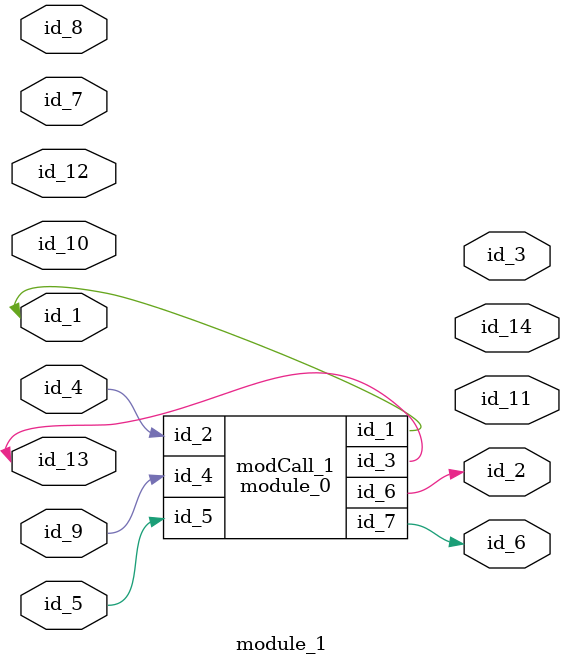
<source format=v>
module module_0 (
    id_1,
    id_2,
    id_3,
    id_4,
    id_5,
    id_6,
    id_7
);
  output wire id_7;
  output wire id_6;
  input wire id_5;
  input wire id_4;
  inout wire id_3;
  input wire id_2;
  inout wire id_1;
  wire id_8;
  wire id_9;
endmodule
module module_1 (
    id_1,
    id_2,
    id_3,
    id_4,
    id_5,
    id_6,
    id_7,
    id_8,
    id_9,
    id_10,
    id_11,
    id_12,
    id_13,
    id_14
);
  output wire id_14;
  inout wire id_13;
  input wire id_12;
  output wire id_11;
  inout wire id_10;
  input wire id_9;
  input wire id_8;
  input wire id_7;
  output wire id_6;
  inout wire id_5;
  input wire id_4;
  output wire id_3;
  output wire id_2;
  inout wire id_1;
  assign id_10 = id_10;
  module_0 modCall_1 (
      id_1,
      id_4,
      id_13,
      id_9,
      id_5,
      id_2,
      id_6
  );
  wire id_15;
  wire id_16;
endmodule

</source>
